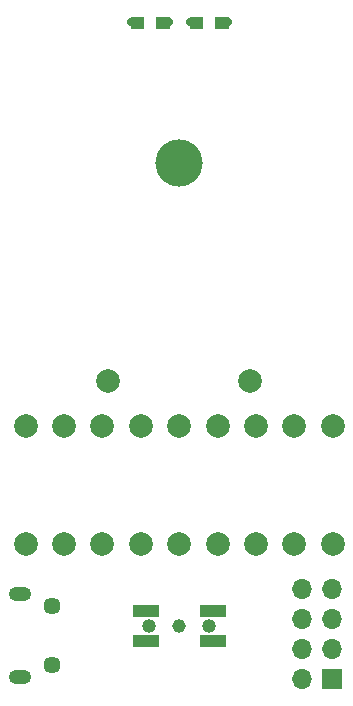
<source format=gbr>
%TF.GenerationSoftware,KiCad,Pcbnew,5.1.6-c6e7f7d~87~ubuntu20.04.1*%
%TF.CreationDate,2020-08-20T18:56:20-06:00*%
%TF.ProjectId,decade,64656361-6465-42e6-9b69-6361645f7063,rev?*%
%TF.SameCoordinates,Original*%
%TF.FileFunction,Soldermask,Bot*%
%TF.FilePolarity,Negative*%
%FSLAX46Y46*%
G04 Gerber Fmt 4.6, Leading zero omitted, Abs format (unit mm)*
G04 Created by KiCad (PCBNEW 5.1.6-c6e7f7d~87~ubuntu20.04.1) date 2020-08-20 18:56:20*
%MOMM*%
%LPD*%
G01*
G04 APERTURE LIST*
%ADD10C,0.050000*%
%ADD11C,0.700000*%
%ADD12O,1.700000X1.700000*%
%ADD13R,1.700000X1.700000*%
%ADD14O,1.900000X1.200000*%
%ADD15C,1.450000*%
%ADD16C,1.170000*%
%ADD17R,2.220000X1.020000*%
%ADD18C,1.190000*%
%ADD19C,4.000000*%
%ADD20C,2.000000*%
G04 APERTURE END LIST*
D10*
%TO.C,D2*%
G36*
X116950000Y-50100000D02*
G01*
X115900000Y-50100000D01*
X115900000Y-51100000D01*
X116950000Y-51100000D01*
X116950000Y-50100000D01*
G37*
X116950000Y-50100000D02*
X115900000Y-50100000D01*
X115900000Y-51100000D01*
X116950000Y-51100000D01*
X116950000Y-50100000D01*
G36*
X119100000Y-50100000D02*
G01*
X118050000Y-50100000D01*
X118050000Y-51100000D01*
X119100000Y-51100000D01*
X119100000Y-50100000D01*
G37*
X119100000Y-50100000D02*
X118050000Y-50100000D01*
X118050000Y-51100000D01*
X119100000Y-51100000D01*
X119100000Y-50100000D01*
%TO.C,D1*%
G36*
X113050000Y-51100000D02*
G01*
X114100000Y-51100000D01*
X114100000Y-50100000D01*
X113050000Y-50100000D01*
X113050000Y-51100000D01*
G37*
X113050000Y-51100000D02*
X114100000Y-51100000D01*
X114100000Y-50100000D01*
X113050000Y-50100000D01*
X113050000Y-51100000D01*
G36*
X110900000Y-51100000D02*
G01*
X111950000Y-51100000D01*
X111950000Y-50100000D01*
X110900000Y-50100000D01*
X110900000Y-51100000D01*
G37*
X110900000Y-51100000D02*
X111950000Y-51100000D01*
X111950000Y-50100000D01*
X110900000Y-50100000D01*
X110900000Y-51100000D01*
%TD*%
D11*
%TO.C,D2*%
X115900000Y-50600000D03*
X119100000Y-50600000D03*
%TD*%
%TO.C,D1*%
X114100000Y-50600000D03*
X110900000Y-50600000D03*
%TD*%
D12*
%TO.C,J4*%
X125410000Y-98580000D03*
X127950000Y-98580000D03*
X125410000Y-101120000D03*
X127950000Y-101120000D03*
X125410000Y-103660000D03*
X127950000Y-103660000D03*
X125410000Y-106200000D03*
D13*
X127950000Y-106200000D03*
%TD*%
D14*
%TO.C,J3*%
X101487500Y-106000000D03*
X101487500Y-99000000D03*
D15*
X104187500Y-105000000D03*
X104187500Y-100000000D03*
%TD*%
D16*
%TO.C,J2*%
X115000000Y-101700000D03*
D17*
X117835000Y-102970000D03*
X112185000Y-102970000D03*
X117835000Y-100430000D03*
X112185000Y-100430000D03*
%TD*%
D18*
%TO.C,J1*%
X117540000Y-101700000D03*
X112460000Y-101700000D03*
%TD*%
D19*
%TO.C,SW1*%
X115000000Y-62500000D03*
%TD*%
D20*
%TO.C,2.1MM*%
X109000000Y-81000000D03*
%TD*%
%TO.C,2.1MM*%
X121000000Y-81000000D03*
%TD*%
%TO.C,R1*%
X128000000Y-94750000D03*
X128000000Y-84750000D03*
%TD*%
%TO.C,R2*%
X124750000Y-84750000D03*
X124750000Y-94750000D03*
%TD*%
%TO.C,R3*%
X121500000Y-94750000D03*
X121500000Y-84750000D03*
%TD*%
%TO.C,R4*%
X118250000Y-84750000D03*
X118250000Y-94750000D03*
%TD*%
%TO.C,R5*%
X115000000Y-94750000D03*
X115000000Y-84750000D03*
%TD*%
%TO.C,R6*%
X111750000Y-84750000D03*
X111750000Y-94750000D03*
%TD*%
%TO.C,R7*%
X108500000Y-94750000D03*
X108500000Y-84750000D03*
%TD*%
%TO.C,R8*%
X105250000Y-84750000D03*
X105250000Y-94750000D03*
%TD*%
%TO.C,R9*%
X102000000Y-94750000D03*
X102000000Y-84750000D03*
%TD*%
M02*

</source>
